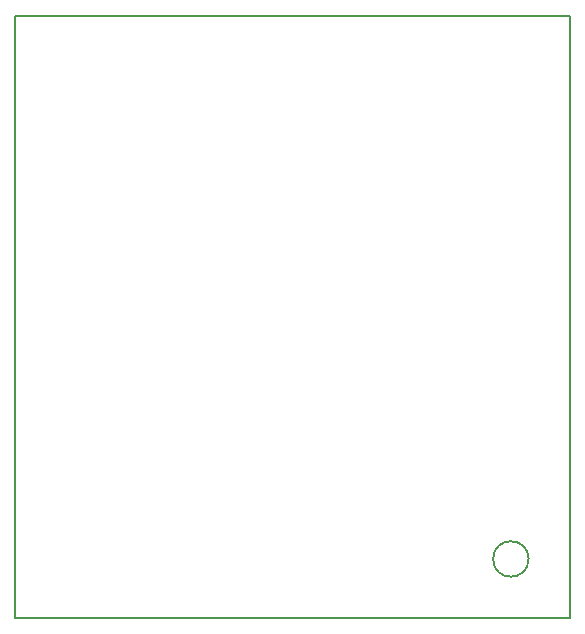
<source format=gbr>
G04 #@! TF.GenerationSoftware,KiCad,Pcbnew,(2017-09-19 revision dddaa7e69)-makepkg*
G04 #@! TF.CreationDate,2017-10-26T12:28:29+02:00*
G04 #@! TF.ProjectId,ezs-camera.kicad_pcb_v1.1,657A732D63616D6572612E6B69636164,rev?*
G04 #@! TF.SameCoordinates,Original*
G04 #@! TF.FileFunction,Profile,NP*
%FSLAX46Y46*%
G04 Gerber Fmt 4.6, Leading zero omitted, Abs format (unit mm)*
G04 Created by KiCad (PCBNEW (2017-09-19 revision dddaa7e69)-makepkg) date 10/26/17 12:28:29*
%MOMM*%
%LPD*%
G01*
G04 APERTURE LIST*
%ADD10C,0.150000*%
G04 APERTURE END LIST*
D10*
X157000000Y-154500000D02*
G75*
G03X157000000Y-154500000I-1500000J0D01*
G01*
X113500000Y-159500000D02*
X113500000Y-108500000D01*
X160500000Y-159500000D02*
X113500000Y-159500000D01*
X160500000Y-108500000D02*
X160500000Y-159500000D01*
X113500000Y-108500000D02*
X160500000Y-108500000D01*
M02*

</source>
